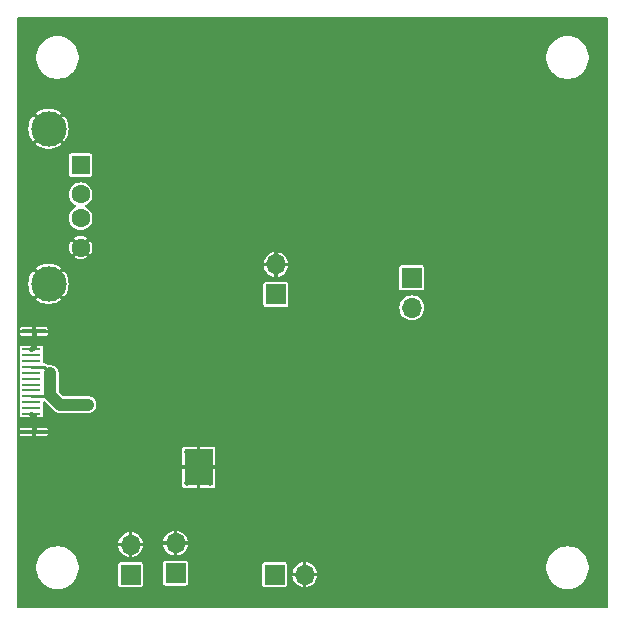
<source format=gbr>
%TF.GenerationSoftware,KiCad,Pcbnew,7.0.9*%
%TF.CreationDate,2024-01-24T01:25:47+03:00*%
%TF.ProjectId,PowerBank,506f7765-7242-4616-9e6b-2e6b69636164,rev?*%
%TF.SameCoordinates,Original*%
%TF.FileFunction,Copper,L2,Bot*%
%TF.FilePolarity,Positive*%
%FSLAX46Y46*%
G04 Gerber Fmt 4.6, Leading zero omitted, Abs format (unit mm)*
G04 Created by KiCad (PCBNEW 7.0.9) date 2024-01-24 01:25:47*
%MOMM*%
%LPD*%
G01*
G04 APERTURE LIST*
%TA.AperFunction,SMDPad,CuDef*%
%ADD10R,1.600000X0.180000*%
%TD*%
%TA.AperFunction,SMDPad,CuDef*%
%ADD11R,2.000000X0.300000*%
%TD*%
%TA.AperFunction,ComponentPad*%
%ADD12R,1.700000X1.700000*%
%TD*%
%TA.AperFunction,ComponentPad*%
%ADD13O,1.700000X1.700000*%
%TD*%
%TA.AperFunction,ComponentPad*%
%ADD14C,0.500000*%
%TD*%
%TA.AperFunction,SMDPad,CuDef*%
%ADD15R,2.410000X3.100000*%
%TD*%
%TA.AperFunction,ComponentPad*%
%ADD16R,1.500000X1.600000*%
%TD*%
%TA.AperFunction,ComponentPad*%
%ADD17C,1.600000*%
%TD*%
%TA.AperFunction,ComponentPad*%
%ADD18C,3.000000*%
%TD*%
%TA.AperFunction,ViaPad*%
%ADD19C,0.800000*%
%TD*%
%TA.AperFunction,Conductor*%
%ADD20C,0.250000*%
%TD*%
%TA.AperFunction,Conductor*%
%ADD21C,1.000000*%
%TD*%
%TA.AperFunction,Conductor*%
%ADD22C,0.400000*%
%TD*%
G04 APERTURE END LIST*
D10*
%TO.P,X1,A1,GND*%
%TO.N,GND*%
X30200000Y-50400000D03*
%TO.P,X1,A2,TX1+*%
%TO.N,unconnected-(X1-TX1+-PadA2)*%
X30200000Y-49900000D03*
%TO.P,X1,A3,TX1-*%
%TO.N,unconnected-(X1-TX1--PadA3)*%
X30200000Y-49400000D03*
%TO.P,X1,A4,VBUS*%
%TO.N,VBUS*%
X30200000Y-48900000D03*
%TO.P,X1,A5,CC1*%
%TO.N,unconnected-(X1-CC1-PadA5)*%
X30200000Y-48400000D03*
%TO.P,X1,A6,D+*%
%TO.N,unconnected-(X1-D+-PadA6)*%
X30200000Y-47900000D03*
%TO.P,X1,A7,D-*%
%TO.N,unconnected-(X1-D--PadA7)*%
X30200000Y-47400000D03*
%TO.P,X1,A8,SBU1*%
%TO.N,unconnected-(X1-SBU1-PadA8)*%
X30200000Y-46900000D03*
%TO.P,X1,A9,VBUS*%
%TO.N,VBUS*%
X30200000Y-46400000D03*
%TO.P,X1,A10,RX2-*%
%TO.N,unconnected-(X1-RX2--PadA10)*%
X30200000Y-45900000D03*
%TO.P,X1,A11,RX2+*%
%TO.N,unconnected-(X1-RX2+-PadA11)*%
X30200000Y-45400000D03*
%TO.P,X1,A12,GND*%
%TO.N,GND*%
X30200000Y-44900000D03*
D11*
%TO.P,X1,S3,SHIELD*%
X30400000Y-51900000D03*
%TO.P,X1,S4,SHIELD*%
X30400000Y-43400000D03*
%TD*%
D12*
%TO.P,J6,1,Pin_1*%
%TO.N,+5VP*%
X50900000Y-40275000D03*
D13*
%TO.P,J6,2,Pin_2*%
%TO.N,GND*%
X50900000Y-37735000D03*
%TD*%
D12*
%TO.P,J3,1,Pin_1*%
%TO.N,Net-(J3-Pin_1)*%
X62400000Y-38860000D03*
D13*
%TO.P,J3,2,Pin_2*%
%TO.N,Net-(J3-Pin_2)*%
X62400000Y-41400000D03*
%TD*%
D12*
%TO.P,J4,1,Pin_1*%
%TO.N,Net-(J4-Pin_1)*%
X38600000Y-64000000D03*
D13*
%TO.P,J4,2,Pin_2*%
%TO.N,GND*%
X38600000Y-61460000D03*
%TD*%
D14*
%TO.P,U1,9,GND*%
%TO.N,GND*%
X43400000Y-53600000D03*
X43400000Y-54900000D03*
X43400000Y-56200000D03*
D15*
X44355000Y-54900000D03*
D14*
X45310000Y-53600000D03*
X45310000Y-54900000D03*
X45310000Y-56200000D03*
%TD*%
D12*
%TO.P,J5,1,Pin_1*%
%TO.N,Net-(J5-Pin_1)*%
X42400000Y-63875000D03*
D13*
%TO.P,J5,2,Pin_2*%
%TO.N,GND*%
X42400000Y-61335000D03*
%TD*%
D16*
%TO.P,J1,1,VBUS*%
%TO.N,+5VP*%
X34360000Y-29300000D03*
D17*
%TO.P,J1,2,D-*%
%TO.N,Net-(J1-D-)*%
X34360000Y-31800000D03*
%TO.P,J1,3,D+*%
%TO.N,Net-(J1-D+)*%
X34360000Y-33800000D03*
%TO.P,J1,4,GND*%
%TO.N,GND*%
X34360000Y-36300000D03*
D18*
%TO.P,J1,5,Shield*%
X31650000Y-26230000D03*
X31650000Y-39370000D03*
%TD*%
D12*
%TO.P,J2,1,Pin_1*%
%TO.N,Net-(J2-Pin_1)*%
X50800000Y-64000000D03*
D13*
%TO.P,J2,2,Pin_2*%
%TO.N,GND*%
X53340000Y-64000000D03*
%TD*%
D19*
%TO.N,VBUS*%
X35000000Y-49600000D03*
%TO.N,GND*%
X74200000Y-23800000D03*
X44600000Y-62200000D03*
X69800000Y-45800000D03*
X33200000Y-35000000D03*
X35800000Y-63600000D03*
X33400000Y-41200000D03*
X45362500Y-44200000D03*
X66200000Y-47000000D03*
X44200000Y-59400000D03*
X45400000Y-48800000D03*
X51000000Y-47200000D03*
X37400000Y-59600000D03*
X56800000Y-19000000D03*
X58800000Y-43600000D03*
X30400000Y-42400000D03*
X35800000Y-35000000D03*
X58125000Y-54800000D03*
X72000000Y-53600000D03*
X53400000Y-38200000D03*
X60200000Y-60200000D03*
X39800000Y-54600000D03*
X60800000Y-47800000D03*
X77600000Y-31200000D03*
X53600000Y-45600000D03*
X46400000Y-28800000D03*
X74800000Y-28200000D03*
X60600000Y-32800000D03*
X67400000Y-23800000D03*
X33200000Y-37600000D03*
X71000000Y-31800000D03*
X34600000Y-52600000D03*
X71600000Y-55400000D03*
X67400000Y-46600000D03*
X77400000Y-44000000D03*
X40400000Y-49400000D03*
X69600000Y-39200000D03*
X71200000Y-46000000D03*
X61000000Y-45600000D03*
X52200000Y-49200000D03*
X52080675Y-54703168D03*
X71600000Y-61000000D03*
X68800000Y-53600000D03*
X67600000Y-30400000D03*
X57400000Y-49600000D03*
X39800000Y-52600000D03*
X38200000Y-49400000D03*
X42000000Y-47600000D03*
X40600000Y-62400000D03*
X71400000Y-42800000D03*
X51000000Y-44200000D03*
X37000000Y-52800000D03*
X50400000Y-30200000D03*
X64000000Y-65000000D03*
X32400000Y-43400000D03*
X54600000Y-62600000D03*
X63800000Y-57000000D03*
X56600000Y-42000000D03*
X50900000Y-35300000D03*
X76925000Y-47800000D03*
X52400000Y-66000000D03*
X56200000Y-60800000D03*
X53200000Y-23800000D03*
X36200000Y-32800000D03*
X53400000Y-35300000D03*
X60400000Y-40400000D03*
X75800000Y-54400000D03*
X45400000Y-52400000D03*
X46090077Y-58173953D03*
X66800000Y-36200000D03*
X44600000Y-58000000D03*
X43800000Y-49000000D03*
X57600000Y-45200000D03*
X39800000Y-44600000D03*
X62600000Y-30800000D03*
X37200000Y-44600000D03*
X52600000Y-59800000D03*
X68800000Y-46600000D03*
X35800000Y-23800000D03*
X30200000Y-53000000D03*
X42200000Y-44200000D03*
X67600000Y-43800000D03*
X54400000Y-54679000D03*
X60200000Y-64400000D03*
X66200000Y-48400000D03*
X29800000Y-41200000D03*
X55800000Y-65000000D03*
X52800000Y-42400000D03*
X32400000Y-51800000D03*
X43800000Y-42400000D03*
X35000000Y-60400000D03*
X41662015Y-59405426D03*
X74800000Y-35000000D03*
X48500000Y-35500000D03*
X68800000Y-55200000D03*
X54000000Y-47600000D03*
X64800000Y-32800000D03*
X64400000Y-44400000D03*
X29800000Y-37400000D03*
X77800000Y-51200000D03*
X75800000Y-57800000D03*
X40400000Y-39200000D03*
X60325000Y-53400000D03*
X40000000Y-19000000D03*
X45000000Y-23800000D03*
X45362500Y-47000000D03*
X52800000Y-62200000D03*
X49000000Y-19000000D03*
X35600000Y-42400000D03*
X59400000Y-41600000D03*
X30800000Y-59800000D03*
X39800000Y-59400000D03*
X70200000Y-64600000D03*
X67400000Y-59600000D03*
X56800000Y-37000000D03*
X35800000Y-37600000D03*
X57800000Y-62800000D03*
X71200000Y-18800000D03*
X42200000Y-45600000D03*
X64000000Y-19000000D03*
X51000000Y-45800000D03*
X40400000Y-27000000D03*
X57400000Y-30200000D03*
X43400000Y-58000000D03*
X60200000Y-23800000D03*
X48600000Y-38200000D03*
X35400000Y-47400000D03*
X62600000Y-34400000D03*
X43800000Y-52200000D03*
%TD*%
D20*
%TO.N,VBUS*%
X31800000Y-48400000D02*
X31600000Y-48600000D01*
X31300000Y-48900000D02*
X30200000Y-48900000D01*
X31600000Y-48600000D02*
X31300000Y-48900000D01*
X31250000Y-46400000D02*
X31800000Y-46950000D01*
D21*
X32600000Y-49600000D02*
X31800000Y-48800000D01*
X35000000Y-49600000D02*
X32600000Y-49600000D01*
D20*
X30200000Y-46400000D02*
X31250000Y-46400000D01*
X31800000Y-46950000D02*
X31800000Y-48400000D01*
D21*
X31800000Y-48800000D02*
X31800000Y-46950000D01*
D22*
%TO.N,GND*%
X30400000Y-50600000D02*
X30200000Y-50400000D01*
X30400000Y-44700000D02*
X30200000Y-44900000D01*
X30400000Y-43400000D02*
X30400000Y-44700000D01*
X30400000Y-51900000D02*
X30400000Y-50600000D01*
%TD*%
%TA.AperFunction,Conductor*%
%TO.N,GND*%
G36*
X78958691Y-16819407D02*
G01*
X78994655Y-16868907D01*
X78999500Y-16899500D01*
X78999500Y-66700500D01*
X78980593Y-66758691D01*
X78931093Y-66794655D01*
X78900500Y-66799500D01*
X29099500Y-66799500D01*
X29041309Y-66780593D01*
X29005345Y-66731093D01*
X29000500Y-66700500D01*
X29000500Y-63534932D01*
X30599500Y-63534932D01*
X30639719Y-63801766D01*
X30639721Y-63801776D01*
X30719262Y-64059641D01*
X30789664Y-64205833D01*
X30836349Y-64302774D01*
X30988365Y-64525741D01*
X30988368Y-64525744D01*
X30988370Y-64525747D01*
X31171912Y-64723559D01*
X31171918Y-64723565D01*
X31364665Y-64877275D01*
X31382898Y-64891815D01*
X31616602Y-65026743D01*
X31867805Y-65125334D01*
X32130897Y-65185383D01*
X32211587Y-65191429D01*
X32332618Y-65200500D01*
X32332624Y-65200500D01*
X32467382Y-65200500D01*
X32577408Y-65192254D01*
X32669103Y-65185383D01*
X32932195Y-65125334D01*
X33183398Y-65026743D01*
X33417102Y-64891815D01*
X33444776Y-64869746D01*
X37549500Y-64869746D01*
X37549501Y-64869758D01*
X37561132Y-64928227D01*
X37561134Y-64928233D01*
X37592228Y-64974767D01*
X37605448Y-64994552D01*
X37671769Y-65038867D01*
X37716231Y-65047711D01*
X37730241Y-65050498D01*
X37730246Y-65050498D01*
X37730252Y-65050500D01*
X37730253Y-65050500D01*
X39469747Y-65050500D01*
X39469748Y-65050500D01*
X39528231Y-65038867D01*
X39594552Y-64994552D01*
X39638867Y-64928231D01*
X39650500Y-64869748D01*
X39650500Y-64744746D01*
X41349500Y-64744746D01*
X41349501Y-64744758D01*
X41361132Y-64803227D01*
X41361133Y-64803231D01*
X41405448Y-64869552D01*
X41471769Y-64913867D01*
X41516231Y-64922711D01*
X41530241Y-64925498D01*
X41530246Y-64925498D01*
X41530252Y-64925500D01*
X41530253Y-64925500D01*
X43269747Y-64925500D01*
X43269748Y-64925500D01*
X43328231Y-64913867D01*
X43394262Y-64869746D01*
X49749500Y-64869746D01*
X49749501Y-64869758D01*
X49761132Y-64928227D01*
X49761134Y-64928233D01*
X49792228Y-64974767D01*
X49805448Y-64994552D01*
X49871769Y-65038867D01*
X49916231Y-65047711D01*
X49930241Y-65050498D01*
X49930246Y-65050498D01*
X49930252Y-65050500D01*
X49930253Y-65050500D01*
X51669747Y-65050500D01*
X51669748Y-65050500D01*
X51728231Y-65038867D01*
X51794552Y-64994552D01*
X51838867Y-64928231D01*
X51850500Y-64869748D01*
X51850500Y-64150001D01*
X52299692Y-64150001D01*
X52305191Y-64205833D01*
X52305190Y-64205833D01*
X52365232Y-64403762D01*
X52365234Y-64403767D01*
X52462724Y-64586160D01*
X52462731Y-64586170D01*
X52593940Y-64746050D01*
X52593949Y-64746059D01*
X52753829Y-64877268D01*
X52753839Y-64877275D01*
X52936232Y-64974765D01*
X52936237Y-64974767D01*
X53134166Y-65034808D01*
X53189998Y-65040307D01*
X53190000Y-65040306D01*
X53190000Y-64481170D01*
X53197685Y-64484680D01*
X53304237Y-64500000D01*
X53375763Y-64500000D01*
X53482315Y-64484680D01*
X53490000Y-64481170D01*
X53490000Y-65040306D01*
X53490001Y-65040307D01*
X53545833Y-65034808D01*
X53743762Y-64974767D01*
X53743767Y-64974765D01*
X53926160Y-64877275D01*
X53926170Y-64877268D01*
X54086050Y-64746059D01*
X54086059Y-64746050D01*
X54217268Y-64586170D01*
X54217275Y-64586160D01*
X54314765Y-64403767D01*
X54314767Y-64403762D01*
X54374808Y-64205833D01*
X54380307Y-64150001D01*
X54380306Y-64150000D01*
X53817065Y-64150000D01*
X53840000Y-64071889D01*
X53840000Y-63928111D01*
X53817065Y-63850000D01*
X54380306Y-63850000D01*
X54380307Y-63849998D01*
X54374808Y-63794166D01*
X54374809Y-63794166D01*
X54314767Y-63596237D01*
X54314765Y-63596232D01*
X54282000Y-63534932D01*
X73799500Y-63534932D01*
X73839719Y-63801766D01*
X73839721Y-63801776D01*
X73919262Y-64059641D01*
X73989664Y-64205833D01*
X74036349Y-64302774D01*
X74188365Y-64525741D01*
X74188368Y-64525744D01*
X74188370Y-64525747D01*
X74371912Y-64723559D01*
X74371918Y-64723565D01*
X74564665Y-64877275D01*
X74582898Y-64891815D01*
X74816602Y-65026743D01*
X75067805Y-65125334D01*
X75330897Y-65185383D01*
X75411587Y-65191429D01*
X75532618Y-65200500D01*
X75532624Y-65200500D01*
X75667382Y-65200500D01*
X75777408Y-65192254D01*
X75869103Y-65185383D01*
X76132195Y-65125334D01*
X76383398Y-65026743D01*
X76617102Y-64891815D01*
X76728180Y-64803233D01*
X76828081Y-64723565D01*
X76828087Y-64723559D01*
X77011629Y-64525747D01*
X77011635Y-64525741D01*
X77163651Y-64302775D01*
X77280738Y-64059641D01*
X77360280Y-63801772D01*
X77400500Y-63534929D01*
X77400500Y-63265071D01*
X77360280Y-62998228D01*
X77280738Y-62740359D01*
X77163651Y-62497226D01*
X77011635Y-62274259D01*
X77011629Y-62274252D01*
X76828087Y-62076440D01*
X76828081Y-62076434D01*
X76617110Y-61908191D01*
X76617108Y-61908189D01*
X76617102Y-61908185D01*
X76383398Y-61773257D01*
X76383395Y-61773256D01*
X76383391Y-61773254D01*
X76132197Y-61674666D01*
X75869107Y-61614618D01*
X75869098Y-61614616D01*
X75667382Y-61599500D01*
X75667376Y-61599500D01*
X75532624Y-61599500D01*
X75532618Y-61599500D01*
X75330901Y-61614616D01*
X75330892Y-61614618D01*
X75067802Y-61674666D01*
X74816608Y-61773254D01*
X74816599Y-61773258D01*
X74736194Y-61819680D01*
X74582898Y-61908185D01*
X74582894Y-61908187D01*
X74582894Y-61908188D01*
X74582889Y-61908191D01*
X74371918Y-62076434D01*
X74371912Y-62076440D01*
X74188370Y-62274252D01*
X74188365Y-62274258D01*
X74188365Y-62274259D01*
X74036349Y-62497225D01*
X74036349Y-62497226D01*
X74036345Y-62497232D01*
X73919262Y-62740356D01*
X73839721Y-62998223D01*
X73839719Y-62998233D01*
X73799500Y-63265067D01*
X73799500Y-63534932D01*
X54282000Y-63534932D01*
X54217275Y-63413839D01*
X54217268Y-63413829D01*
X54086059Y-63253949D01*
X54086050Y-63253940D01*
X53926170Y-63122731D01*
X53926160Y-63122724D01*
X53743767Y-63025234D01*
X53743762Y-63025232D01*
X53545843Y-62965194D01*
X53545832Y-62965191D01*
X53490000Y-62959692D01*
X53490000Y-63518829D01*
X53482315Y-63515320D01*
X53375763Y-63500000D01*
X53304237Y-63500000D01*
X53197685Y-63515320D01*
X53190000Y-63518829D01*
X53190000Y-62959692D01*
X53134167Y-62965191D01*
X53134156Y-62965194D01*
X52936237Y-63025232D01*
X52936232Y-63025234D01*
X52753839Y-63122724D01*
X52753829Y-63122731D01*
X52593949Y-63253940D01*
X52593940Y-63253949D01*
X52462731Y-63413829D01*
X52462724Y-63413839D01*
X52365234Y-63596232D01*
X52365232Y-63596237D01*
X52305191Y-63794166D01*
X52299692Y-63849998D01*
X52299694Y-63850000D01*
X52862935Y-63850000D01*
X52840000Y-63928111D01*
X52840000Y-64071889D01*
X52862935Y-64150000D01*
X52299694Y-64150000D01*
X52299692Y-64150001D01*
X51850500Y-64150001D01*
X51850500Y-63130252D01*
X51838867Y-63071769D01*
X51794552Y-63005448D01*
X51794548Y-63005445D01*
X51728233Y-62961134D01*
X51728231Y-62961133D01*
X51728228Y-62961132D01*
X51728227Y-62961132D01*
X51669758Y-62949501D01*
X51669748Y-62949500D01*
X49930252Y-62949500D01*
X49930251Y-62949500D01*
X49930241Y-62949501D01*
X49871772Y-62961132D01*
X49871766Y-62961134D01*
X49805451Y-63005445D01*
X49805445Y-63005451D01*
X49761134Y-63071766D01*
X49761132Y-63071772D01*
X49749501Y-63130241D01*
X49749500Y-63130253D01*
X49749500Y-64869746D01*
X43394262Y-64869746D01*
X43394552Y-64869552D01*
X43438867Y-64803231D01*
X43450500Y-64744748D01*
X43450500Y-63005252D01*
X43438867Y-62946769D01*
X43394552Y-62880448D01*
X43394548Y-62880445D01*
X43328233Y-62836134D01*
X43328231Y-62836133D01*
X43328228Y-62836132D01*
X43328227Y-62836132D01*
X43269758Y-62824501D01*
X43269748Y-62824500D01*
X41530252Y-62824500D01*
X41530251Y-62824500D01*
X41530241Y-62824501D01*
X41471772Y-62836132D01*
X41471766Y-62836134D01*
X41405451Y-62880445D01*
X41405445Y-62880451D01*
X41361134Y-62946766D01*
X41361132Y-62946772D01*
X41349501Y-63005241D01*
X41349500Y-63005253D01*
X41349500Y-64744746D01*
X39650500Y-64744746D01*
X39650500Y-63130252D01*
X39638867Y-63071769D01*
X39594552Y-63005448D01*
X39594548Y-63005445D01*
X39528233Y-62961134D01*
X39528231Y-62961133D01*
X39528228Y-62961132D01*
X39528227Y-62961132D01*
X39469758Y-62949501D01*
X39469748Y-62949500D01*
X37730252Y-62949500D01*
X37730251Y-62949500D01*
X37730241Y-62949501D01*
X37671772Y-62961132D01*
X37671766Y-62961134D01*
X37605451Y-63005445D01*
X37605445Y-63005451D01*
X37561134Y-63071766D01*
X37561132Y-63071772D01*
X37549501Y-63130241D01*
X37549500Y-63130253D01*
X37549500Y-64869746D01*
X33444776Y-64869746D01*
X33528180Y-64803233D01*
X33628081Y-64723565D01*
X33628087Y-64723559D01*
X33811629Y-64525747D01*
X33811635Y-64525741D01*
X33963651Y-64302775D01*
X34080738Y-64059641D01*
X34160280Y-63801772D01*
X34200500Y-63534929D01*
X34200500Y-63265071D01*
X34160280Y-62998228D01*
X34080738Y-62740359D01*
X33963651Y-62497226D01*
X33811635Y-62274259D01*
X33811629Y-62274252D01*
X33628087Y-62076440D01*
X33628081Y-62076434D01*
X33417110Y-61908191D01*
X33417108Y-61908189D01*
X33417102Y-61908185D01*
X33183398Y-61773257D01*
X33183395Y-61773256D01*
X33183391Y-61773254D01*
X32932197Y-61674666D01*
X32669107Y-61614618D01*
X32669098Y-61614616D01*
X32607513Y-61610001D01*
X37559692Y-61610001D01*
X37565191Y-61665833D01*
X37565190Y-61665833D01*
X37625232Y-61863762D01*
X37625234Y-61863767D01*
X37722724Y-62046160D01*
X37722731Y-62046170D01*
X37853940Y-62206050D01*
X37853949Y-62206059D01*
X38013829Y-62337268D01*
X38013839Y-62337275D01*
X38196232Y-62434765D01*
X38196237Y-62434767D01*
X38394166Y-62494808D01*
X38449998Y-62500307D01*
X38450000Y-62500306D01*
X38450000Y-61941170D01*
X38457685Y-61944680D01*
X38564237Y-61960000D01*
X38635763Y-61960000D01*
X38742315Y-61944680D01*
X38750000Y-61941170D01*
X38750000Y-62500306D01*
X38750001Y-62500307D01*
X38805833Y-62494808D01*
X39003762Y-62434767D01*
X39003767Y-62434765D01*
X39186160Y-62337275D01*
X39186170Y-62337268D01*
X39346050Y-62206059D01*
X39346059Y-62206050D01*
X39477268Y-62046170D01*
X39477275Y-62046160D01*
X39574765Y-61863767D01*
X39574767Y-61863762D01*
X39634808Y-61665833D01*
X39640307Y-61610001D01*
X39640306Y-61610000D01*
X39077065Y-61610000D01*
X39100000Y-61531889D01*
X39100000Y-61485001D01*
X41359692Y-61485001D01*
X41365191Y-61540833D01*
X41365190Y-61540833D01*
X41425232Y-61738762D01*
X41425234Y-61738767D01*
X41522724Y-61921160D01*
X41522731Y-61921170D01*
X41653940Y-62081050D01*
X41653949Y-62081059D01*
X41813829Y-62212268D01*
X41813839Y-62212275D01*
X41996232Y-62309765D01*
X41996237Y-62309767D01*
X42194166Y-62369808D01*
X42249998Y-62375307D01*
X42250000Y-62375306D01*
X42250000Y-61816170D01*
X42257685Y-61819680D01*
X42364237Y-61835000D01*
X42435763Y-61835000D01*
X42542315Y-61819680D01*
X42550000Y-61816170D01*
X42550000Y-62375306D01*
X42550001Y-62375307D01*
X42605833Y-62369808D01*
X42803762Y-62309767D01*
X42803767Y-62309765D01*
X42986160Y-62212275D01*
X42986170Y-62212268D01*
X43146050Y-62081059D01*
X43146059Y-62081050D01*
X43277268Y-61921170D01*
X43277275Y-61921160D01*
X43374765Y-61738767D01*
X43374767Y-61738762D01*
X43434808Y-61540833D01*
X43440307Y-61485001D01*
X43440306Y-61485000D01*
X42877065Y-61485000D01*
X42900000Y-61406889D01*
X42900000Y-61263111D01*
X42877065Y-61185000D01*
X43440306Y-61185000D01*
X43440307Y-61184998D01*
X43434808Y-61129166D01*
X43434809Y-61129166D01*
X43374767Y-60931237D01*
X43374765Y-60931232D01*
X43277275Y-60748839D01*
X43277268Y-60748829D01*
X43146059Y-60588949D01*
X43146050Y-60588940D01*
X42986170Y-60457731D01*
X42986160Y-60457724D01*
X42803767Y-60360234D01*
X42803762Y-60360232D01*
X42605843Y-60300194D01*
X42605832Y-60300191D01*
X42550000Y-60294692D01*
X42550000Y-60853829D01*
X42542315Y-60850320D01*
X42435763Y-60835000D01*
X42364237Y-60835000D01*
X42257685Y-60850320D01*
X42250000Y-60853829D01*
X42250000Y-60294692D01*
X42194167Y-60300191D01*
X42194156Y-60300194D01*
X41996237Y-60360232D01*
X41996232Y-60360234D01*
X41813839Y-60457724D01*
X41813829Y-60457731D01*
X41653949Y-60588940D01*
X41653940Y-60588949D01*
X41522731Y-60748829D01*
X41522724Y-60748839D01*
X41425234Y-60931232D01*
X41425232Y-60931237D01*
X41365191Y-61129166D01*
X41359692Y-61184998D01*
X41359694Y-61185000D01*
X41922935Y-61185000D01*
X41900000Y-61263111D01*
X41900000Y-61406889D01*
X41922935Y-61485000D01*
X41359694Y-61485000D01*
X41359692Y-61485001D01*
X39100000Y-61485001D01*
X39100000Y-61388111D01*
X39077065Y-61310000D01*
X39640306Y-61310000D01*
X39640307Y-61309998D01*
X39634808Y-61254166D01*
X39634809Y-61254166D01*
X39574767Y-61056237D01*
X39574765Y-61056232D01*
X39477275Y-60873839D01*
X39477268Y-60873829D01*
X39346059Y-60713949D01*
X39346050Y-60713940D01*
X39186170Y-60582731D01*
X39186160Y-60582724D01*
X39003767Y-60485234D01*
X39003762Y-60485232D01*
X38805843Y-60425194D01*
X38805832Y-60425191D01*
X38750000Y-60419692D01*
X38750000Y-60978829D01*
X38742315Y-60975320D01*
X38635763Y-60960000D01*
X38564237Y-60960000D01*
X38457685Y-60975320D01*
X38450000Y-60978829D01*
X38450000Y-60419692D01*
X38394167Y-60425191D01*
X38394156Y-60425194D01*
X38196237Y-60485232D01*
X38196232Y-60485234D01*
X38013839Y-60582724D01*
X38013829Y-60582731D01*
X37853949Y-60713940D01*
X37853940Y-60713949D01*
X37722731Y-60873829D01*
X37722724Y-60873839D01*
X37625234Y-61056232D01*
X37625232Y-61056237D01*
X37565191Y-61254166D01*
X37559692Y-61309998D01*
X37559694Y-61310000D01*
X38122935Y-61310000D01*
X38100000Y-61388111D01*
X38100000Y-61531889D01*
X38122935Y-61610000D01*
X37559694Y-61610000D01*
X37559692Y-61610001D01*
X32607513Y-61610001D01*
X32467382Y-61599500D01*
X32467376Y-61599500D01*
X32332624Y-61599500D01*
X32332618Y-61599500D01*
X32130901Y-61614616D01*
X32130892Y-61614618D01*
X31867802Y-61674666D01*
X31616608Y-61773254D01*
X31616599Y-61773258D01*
X31536194Y-61819680D01*
X31382898Y-61908185D01*
X31382894Y-61908187D01*
X31382894Y-61908188D01*
X31382889Y-61908191D01*
X31171918Y-62076434D01*
X31171912Y-62076440D01*
X30988370Y-62274252D01*
X30988365Y-62274258D01*
X30988365Y-62274259D01*
X30836349Y-62497225D01*
X30836349Y-62497226D01*
X30836345Y-62497232D01*
X30719262Y-62740356D01*
X30639721Y-62998223D01*
X30639719Y-62998233D01*
X30599500Y-63265067D01*
X30599500Y-63534932D01*
X29000500Y-63534932D01*
X29000500Y-56200000D01*
X42945373Y-56200000D01*
X42948992Y-56225168D01*
X42950000Y-56239259D01*
X42950000Y-56469700D01*
X42961603Y-56528036D01*
X43005806Y-56594189D01*
X43005810Y-56594193D01*
X43071963Y-56638396D01*
X43130299Y-56649999D01*
X43130303Y-56650000D01*
X44204999Y-56650000D01*
X44205000Y-56649999D01*
X44505000Y-56649999D01*
X44505001Y-56650000D01*
X45579697Y-56650000D01*
X45579700Y-56649999D01*
X45638036Y-56638396D01*
X45704189Y-56594193D01*
X45704193Y-56594189D01*
X45748396Y-56528036D01*
X45759999Y-56469700D01*
X45760000Y-56469697D01*
X45760000Y-56239259D01*
X45761008Y-56225168D01*
X45764627Y-56200000D01*
X45764627Y-56199998D01*
X45761008Y-56174830D01*
X45760000Y-56160740D01*
X45760000Y-55050001D01*
X45759999Y-55050000D01*
X44505001Y-55050000D01*
X44505000Y-55050001D01*
X44505000Y-56649999D01*
X44205000Y-56649999D01*
X44205000Y-55050001D01*
X44204999Y-55050000D01*
X42950001Y-55050000D01*
X42950000Y-55050001D01*
X42950000Y-56160740D01*
X42948992Y-56174830D01*
X42945373Y-56199998D01*
X42945373Y-56200000D01*
X29000500Y-56200000D01*
X29000500Y-54932492D01*
X43300000Y-54932492D01*
X43338197Y-54985065D01*
X43384162Y-55000000D01*
X43415838Y-55000000D01*
X43461803Y-54985065D01*
X43500000Y-54932492D01*
X45210000Y-54932492D01*
X45248197Y-54985065D01*
X45294162Y-55000000D01*
X45325838Y-55000000D01*
X45371803Y-54985065D01*
X45410000Y-54932492D01*
X45410000Y-54867508D01*
X45371803Y-54814935D01*
X45325838Y-54800000D01*
X45294162Y-54800000D01*
X45248197Y-54814935D01*
X45210000Y-54867508D01*
X45210000Y-54932492D01*
X43500000Y-54932492D01*
X43500000Y-54867508D01*
X43461803Y-54814935D01*
X43415838Y-54800000D01*
X43384162Y-54800000D01*
X43338197Y-54814935D01*
X43300000Y-54867508D01*
X43300000Y-54932492D01*
X29000500Y-54932492D01*
X29000500Y-53600000D01*
X42945373Y-53600000D01*
X42948992Y-53625168D01*
X42950000Y-53639259D01*
X42950000Y-54749999D01*
X42950001Y-54750000D01*
X44204999Y-54750000D01*
X44205000Y-54749999D01*
X44505000Y-54749999D01*
X44505001Y-54750000D01*
X45759999Y-54750000D01*
X45760000Y-54749999D01*
X45760000Y-53639259D01*
X45761008Y-53625168D01*
X45764627Y-53600000D01*
X45764627Y-53599998D01*
X45761008Y-53574830D01*
X45760000Y-53560740D01*
X45760000Y-53330302D01*
X45759999Y-53330299D01*
X45748396Y-53271963D01*
X45704193Y-53205810D01*
X45704189Y-53205806D01*
X45638036Y-53161603D01*
X45579700Y-53150000D01*
X44505001Y-53150000D01*
X44505000Y-53150001D01*
X44505000Y-54749999D01*
X44205000Y-54749999D01*
X44205000Y-53150001D01*
X44204999Y-53150000D01*
X43130299Y-53150000D01*
X43071963Y-53161603D01*
X43005810Y-53205806D01*
X43005806Y-53205810D01*
X42961603Y-53271963D01*
X42950000Y-53330299D01*
X42950000Y-53560740D01*
X42948992Y-53574830D01*
X42945373Y-53599998D01*
X42945373Y-53600000D01*
X29000500Y-53600000D01*
X29000500Y-52069700D01*
X29200000Y-52069700D01*
X29211603Y-52128036D01*
X29255806Y-52194189D01*
X29255810Y-52194193D01*
X29321963Y-52238396D01*
X29380299Y-52249999D01*
X29380303Y-52250000D01*
X30249999Y-52250000D01*
X30250000Y-52249999D01*
X30550000Y-52249999D01*
X30550001Y-52250000D01*
X31419697Y-52250000D01*
X31419700Y-52249999D01*
X31478036Y-52238396D01*
X31544189Y-52194193D01*
X31544193Y-52194189D01*
X31588396Y-52128036D01*
X31599999Y-52069700D01*
X31600000Y-52069697D01*
X31600000Y-52050001D01*
X31599999Y-52050000D01*
X30550001Y-52050000D01*
X30550000Y-52050001D01*
X30550000Y-52249999D01*
X30250000Y-52249999D01*
X30250000Y-52050001D01*
X30249999Y-52050000D01*
X29200001Y-52050000D01*
X29200000Y-52050001D01*
X29200000Y-52069700D01*
X29000500Y-52069700D01*
X29000500Y-51749999D01*
X29200000Y-51749999D01*
X29200001Y-51750000D01*
X30249999Y-51750000D01*
X30250000Y-51749999D01*
X30550000Y-51749999D01*
X30550001Y-51750000D01*
X31599999Y-51750000D01*
X31600000Y-51749999D01*
X31600000Y-51730302D01*
X31599999Y-51730299D01*
X31588396Y-51671963D01*
X31544193Y-51605810D01*
X31544189Y-51605806D01*
X31478036Y-51561603D01*
X31419700Y-51550000D01*
X30550001Y-51550000D01*
X30550000Y-51550001D01*
X30550000Y-51749999D01*
X30250000Y-51749999D01*
X30250000Y-51550001D01*
X30249999Y-51550000D01*
X29380299Y-51550000D01*
X29321963Y-51561603D01*
X29255810Y-51605806D01*
X29255806Y-51605810D01*
X29211603Y-51671963D01*
X29200000Y-51730299D01*
X29200000Y-51749999D01*
X29000500Y-51749999D01*
X29000500Y-50009746D01*
X29199500Y-50009746D01*
X29199501Y-50009758D01*
X29211132Y-50068227D01*
X29211133Y-50068231D01*
X29211134Y-50068232D01*
X29229319Y-50095448D01*
X29245927Y-50154336D01*
X29229320Y-50205449D01*
X29211603Y-50231964D01*
X29200000Y-50290299D01*
X29200000Y-50509700D01*
X29211603Y-50568036D01*
X29255806Y-50634189D01*
X29255810Y-50634193D01*
X29321963Y-50678396D01*
X29380299Y-50689999D01*
X29380303Y-50690000D01*
X31019697Y-50690000D01*
X31019700Y-50689999D01*
X31078036Y-50678396D01*
X31144189Y-50634193D01*
X31144193Y-50634189D01*
X31188396Y-50568036D01*
X31199999Y-50509700D01*
X31200000Y-50509697D01*
X31200000Y-50290302D01*
X31199999Y-50290299D01*
X31188396Y-50231964D01*
X31170680Y-50205450D01*
X31154072Y-50146562D01*
X31170682Y-50095446D01*
X31180759Y-50080365D01*
X31188867Y-50068231D01*
X31200500Y-50009748D01*
X31200500Y-49790252D01*
X31188867Y-49731769D01*
X31170981Y-49705001D01*
X31154372Y-49646115D01*
X31170982Y-49594997D01*
X31188867Y-49568231D01*
X31200500Y-49509748D01*
X31200500Y-49430165D01*
X31219407Y-49371974D01*
X31268907Y-49336010D01*
X31330093Y-49336010D01*
X31369504Y-49360161D01*
X32088654Y-50079312D01*
X32090704Y-50081489D01*
X32132065Y-50128177D01*
X32132067Y-50128179D01*
X32132071Y-50128183D01*
X32183445Y-50163644D01*
X32185832Y-50165402D01*
X32234940Y-50203876D01*
X32234942Y-50203876D01*
X32234944Y-50203878D01*
X32245449Y-50208606D01*
X32246247Y-50208965D01*
X32261856Y-50217768D01*
X32267967Y-50221986D01*
X32272070Y-50224818D01*
X32330421Y-50246947D01*
X32333145Y-50248075D01*
X32390069Y-50273695D01*
X32402279Y-50275932D01*
X32419529Y-50280741D01*
X32431128Y-50285140D01*
X32493070Y-50292660D01*
X32495985Y-50293104D01*
X32557394Y-50304358D01*
X32619693Y-50300589D01*
X32622659Y-50300500D01*
X35042368Y-50300500D01*
X35042372Y-50300500D01*
X35042378Y-50300499D01*
X35042381Y-50300499D01*
X35052048Y-50299325D01*
X35168872Y-50285140D01*
X35327930Y-50224818D01*
X35467929Y-50128183D01*
X35580734Y-50000852D01*
X35659790Y-49850225D01*
X35700500Y-49685056D01*
X35700500Y-49514944D01*
X35659790Y-49349775D01*
X35580734Y-49199148D01*
X35467929Y-49071817D01*
X35327930Y-48975182D01*
X35168872Y-48914860D01*
X35156222Y-48913324D01*
X35042381Y-48899500D01*
X35042372Y-48899500D01*
X32931165Y-48899500D01*
X32872974Y-48880593D01*
X32861161Y-48870504D01*
X32529496Y-48538839D01*
X32501719Y-48484322D01*
X32500500Y-48468835D01*
X32500500Y-46907631D01*
X32500499Y-46907618D01*
X32497789Y-46885301D01*
X32485140Y-46781128D01*
X32424818Y-46622070D01*
X32328183Y-46482071D01*
X32200852Y-46369266D01*
X32050225Y-46290210D01*
X32050224Y-46290209D01*
X32050223Y-46290209D01*
X31885058Y-46249500D01*
X31885056Y-46249500D01*
X31714944Y-46249500D01*
X31644710Y-46266810D01*
X31583685Y-46262376D01*
X31551016Y-46240690D01*
X31491741Y-46181414D01*
X31488822Y-46178229D01*
X31462456Y-46146806D01*
X31439818Y-46133736D01*
X31426918Y-46126288D01*
X31423288Y-46123975D01*
X31389684Y-46100446D01*
X31389679Y-46100443D01*
X31388224Y-46100054D01*
X31364348Y-46090164D01*
X31363045Y-46089411D01*
X31322652Y-46082289D01*
X31318439Y-46081355D01*
X31278807Y-46070736D01*
X31273877Y-46069415D01*
X31222563Y-46036091D01*
X31200636Y-45978969D01*
X31200500Y-45973788D01*
X31200500Y-45790253D01*
X31200498Y-45790241D01*
X31197711Y-45776231D01*
X31188867Y-45731769D01*
X31170981Y-45705001D01*
X31154372Y-45646115D01*
X31170982Y-45594997D01*
X31188867Y-45568231D01*
X31200500Y-45509748D01*
X31200500Y-45290252D01*
X31188867Y-45231769D01*
X31170680Y-45204550D01*
X31154072Y-45145664D01*
X31170681Y-45094547D01*
X31188396Y-45068034D01*
X31199999Y-45009700D01*
X31200000Y-45009697D01*
X31200000Y-44790302D01*
X31199999Y-44790299D01*
X31188396Y-44731963D01*
X31144193Y-44665810D01*
X31144189Y-44665806D01*
X31078036Y-44621603D01*
X31019700Y-44610000D01*
X29380299Y-44610000D01*
X29321963Y-44621603D01*
X29255810Y-44665806D01*
X29255806Y-44665810D01*
X29211603Y-44731963D01*
X29200000Y-44790299D01*
X29200000Y-45009700D01*
X29211603Y-45068035D01*
X29229319Y-45094549D01*
X29245927Y-45153437D01*
X29229319Y-45204550D01*
X29211135Y-45231764D01*
X29211132Y-45231772D01*
X29199501Y-45290241D01*
X29199500Y-45290253D01*
X29199500Y-45509746D01*
X29199501Y-45509758D01*
X29211132Y-45568227D01*
X29211133Y-45568231D01*
X29211134Y-45568232D01*
X29229019Y-45594999D01*
X29245627Y-45653887D01*
X29229019Y-45705001D01*
X29211134Y-45731767D01*
X29211132Y-45731772D01*
X29199501Y-45790241D01*
X29199500Y-45790253D01*
X29199500Y-46009746D01*
X29199501Y-46009758D01*
X29211132Y-46068227D01*
X29211133Y-46068231D01*
X29224934Y-46088885D01*
X29229019Y-46094999D01*
X29245627Y-46153887D01*
X29229019Y-46205001D01*
X29211134Y-46231767D01*
X29211132Y-46231772D01*
X29199501Y-46290241D01*
X29199500Y-46290253D01*
X29199500Y-46509746D01*
X29199501Y-46509758D01*
X29211132Y-46568227D01*
X29211133Y-46568231D01*
X29211134Y-46568232D01*
X29229019Y-46594999D01*
X29245627Y-46653887D01*
X29229019Y-46705001D01*
X29211134Y-46731767D01*
X29211132Y-46731772D01*
X29199501Y-46790241D01*
X29199500Y-46790253D01*
X29199500Y-47009746D01*
X29199501Y-47009758D01*
X29211132Y-47068227D01*
X29211133Y-47068231D01*
X29211134Y-47068232D01*
X29229019Y-47094999D01*
X29245627Y-47153887D01*
X29229019Y-47205001D01*
X29211134Y-47231767D01*
X29211132Y-47231772D01*
X29199501Y-47290241D01*
X29199500Y-47290253D01*
X29199500Y-47509746D01*
X29199501Y-47509758D01*
X29211132Y-47568227D01*
X29211133Y-47568231D01*
X29211134Y-47568232D01*
X29229019Y-47594999D01*
X29245627Y-47653887D01*
X29229019Y-47705001D01*
X29211134Y-47731767D01*
X29211132Y-47731772D01*
X29199501Y-47790241D01*
X29199500Y-47790253D01*
X29199500Y-48009746D01*
X29199501Y-48009758D01*
X29211132Y-48068227D01*
X29211133Y-48068231D01*
X29211134Y-48068232D01*
X29229019Y-48094999D01*
X29245627Y-48153887D01*
X29229019Y-48205001D01*
X29211134Y-48231767D01*
X29211132Y-48231772D01*
X29199501Y-48290241D01*
X29199500Y-48290253D01*
X29199500Y-48509746D01*
X29199501Y-48509758D01*
X29211132Y-48568227D01*
X29211133Y-48568231D01*
X29211134Y-48568232D01*
X29229019Y-48594999D01*
X29245627Y-48653887D01*
X29229019Y-48705001D01*
X29211134Y-48731767D01*
X29211132Y-48731772D01*
X29199501Y-48790241D01*
X29199500Y-48790253D01*
X29199500Y-49009746D01*
X29199501Y-49009758D01*
X29211132Y-49068227D01*
X29211133Y-49068231D01*
X29213529Y-49071817D01*
X29229019Y-49094999D01*
X29245627Y-49153887D01*
X29229019Y-49205001D01*
X29211134Y-49231767D01*
X29211132Y-49231772D01*
X29199501Y-49290241D01*
X29199500Y-49290253D01*
X29199500Y-49509746D01*
X29199501Y-49509758D01*
X29211132Y-49568227D01*
X29211133Y-49568231D01*
X29211134Y-49568232D01*
X29229019Y-49594999D01*
X29245627Y-49653887D01*
X29229019Y-49705001D01*
X29211134Y-49731767D01*
X29211132Y-49731772D01*
X29199501Y-49790241D01*
X29199500Y-49790253D01*
X29199500Y-50009746D01*
X29000500Y-50009746D01*
X29000500Y-43569700D01*
X29200000Y-43569700D01*
X29211603Y-43628036D01*
X29255806Y-43694189D01*
X29255810Y-43694193D01*
X29321963Y-43738396D01*
X29380299Y-43749999D01*
X29380303Y-43750000D01*
X30249999Y-43750000D01*
X30250000Y-43749999D01*
X30550000Y-43749999D01*
X30550001Y-43750000D01*
X31419697Y-43750000D01*
X31419700Y-43749999D01*
X31478036Y-43738396D01*
X31544189Y-43694193D01*
X31544193Y-43694189D01*
X31588396Y-43628036D01*
X31599999Y-43569700D01*
X31600000Y-43569697D01*
X31600000Y-43550001D01*
X31599999Y-43550000D01*
X30550001Y-43550000D01*
X30550000Y-43550001D01*
X30550000Y-43749999D01*
X30250000Y-43749999D01*
X30250000Y-43550001D01*
X30249999Y-43550000D01*
X29200001Y-43550000D01*
X29200000Y-43550001D01*
X29200000Y-43569700D01*
X29000500Y-43569700D01*
X29000500Y-43249999D01*
X29200000Y-43249999D01*
X29200001Y-43250000D01*
X30249999Y-43250000D01*
X30250000Y-43249999D01*
X30550000Y-43249999D01*
X30550001Y-43250000D01*
X31599999Y-43250000D01*
X31600000Y-43249999D01*
X31600000Y-43230302D01*
X31599999Y-43230299D01*
X31588396Y-43171963D01*
X31544193Y-43105810D01*
X31544189Y-43105806D01*
X31478036Y-43061603D01*
X31419700Y-43050000D01*
X30550001Y-43050000D01*
X30550000Y-43050001D01*
X30550000Y-43249999D01*
X30250000Y-43249999D01*
X30250000Y-43050001D01*
X30249999Y-43050000D01*
X29380299Y-43050000D01*
X29321963Y-43061603D01*
X29255810Y-43105806D01*
X29255806Y-43105810D01*
X29211603Y-43171963D01*
X29200000Y-43230299D01*
X29200000Y-43249999D01*
X29000500Y-43249999D01*
X29000500Y-41400003D01*
X61344417Y-41400003D01*
X61364698Y-41605929D01*
X61364699Y-41605934D01*
X61424768Y-41803954D01*
X61522316Y-41986452D01*
X61653585Y-42146404D01*
X61653590Y-42146410D01*
X61653595Y-42146414D01*
X61813547Y-42277683D01*
X61813548Y-42277683D01*
X61813550Y-42277685D01*
X61996046Y-42375232D01*
X62133997Y-42417078D01*
X62194065Y-42435300D01*
X62194070Y-42435301D01*
X62399997Y-42455583D01*
X62400000Y-42455583D01*
X62400003Y-42455583D01*
X62605929Y-42435301D01*
X62605934Y-42435300D01*
X62803954Y-42375232D01*
X62986450Y-42277685D01*
X63146410Y-42146410D01*
X63277685Y-41986450D01*
X63375232Y-41803954D01*
X63435300Y-41605934D01*
X63435301Y-41605929D01*
X63455583Y-41400003D01*
X63455583Y-41399996D01*
X63435301Y-41194070D01*
X63435300Y-41194065D01*
X63397665Y-41069999D01*
X63375232Y-40996046D01*
X63277685Y-40813550D01*
X63146410Y-40653590D01*
X63146404Y-40653585D01*
X62986452Y-40522316D01*
X62803954Y-40424768D01*
X62605934Y-40364699D01*
X62605929Y-40364698D01*
X62400003Y-40344417D01*
X62399997Y-40344417D01*
X62194070Y-40364698D01*
X62194065Y-40364699D01*
X61996045Y-40424768D01*
X61813547Y-40522316D01*
X61653595Y-40653585D01*
X61653585Y-40653595D01*
X61522316Y-40813547D01*
X61424768Y-40996045D01*
X61364699Y-41194065D01*
X61364698Y-41194070D01*
X61344417Y-41399996D01*
X61344417Y-41400003D01*
X29000500Y-41400003D01*
X29000500Y-41144746D01*
X49849500Y-41144746D01*
X49849501Y-41144758D01*
X49861132Y-41203227D01*
X49861133Y-41203231D01*
X49905448Y-41269552D01*
X49971769Y-41313867D01*
X50016231Y-41322711D01*
X50030241Y-41325498D01*
X50030246Y-41325498D01*
X50030252Y-41325500D01*
X50030253Y-41325500D01*
X51769747Y-41325500D01*
X51769748Y-41325500D01*
X51828231Y-41313867D01*
X51894552Y-41269552D01*
X51938867Y-41203231D01*
X51950500Y-41144748D01*
X51950500Y-39729746D01*
X61349500Y-39729746D01*
X61349501Y-39729758D01*
X61361132Y-39788227D01*
X61361133Y-39788231D01*
X61405448Y-39854552D01*
X61471769Y-39898867D01*
X61516231Y-39907711D01*
X61530241Y-39910498D01*
X61530246Y-39910498D01*
X61530252Y-39910500D01*
X61530253Y-39910500D01*
X63269747Y-39910500D01*
X63269748Y-39910500D01*
X63328231Y-39898867D01*
X63394552Y-39854552D01*
X63438867Y-39788231D01*
X63450500Y-39729748D01*
X63450500Y-37990252D01*
X63438867Y-37931769D01*
X63394552Y-37865448D01*
X63394548Y-37865445D01*
X63328233Y-37821134D01*
X63328231Y-37821133D01*
X63328228Y-37821132D01*
X63328227Y-37821132D01*
X63269758Y-37809501D01*
X63269748Y-37809500D01*
X61530252Y-37809500D01*
X61530251Y-37809500D01*
X61530241Y-37809501D01*
X61471772Y-37821132D01*
X61471766Y-37821134D01*
X61405451Y-37865445D01*
X61405445Y-37865451D01*
X61361134Y-37931766D01*
X61361132Y-37931772D01*
X61349501Y-37990241D01*
X61349500Y-37990253D01*
X61349500Y-39729746D01*
X51950500Y-39729746D01*
X51950500Y-39405252D01*
X51938867Y-39346769D01*
X51894552Y-39280448D01*
X51869094Y-39263437D01*
X51828233Y-39236134D01*
X51828231Y-39236133D01*
X51828228Y-39236132D01*
X51828227Y-39236132D01*
X51769758Y-39224501D01*
X51769748Y-39224500D01*
X50030252Y-39224500D01*
X50030251Y-39224500D01*
X50030241Y-39224501D01*
X49971772Y-39236132D01*
X49971766Y-39236134D01*
X49905451Y-39280445D01*
X49905445Y-39280451D01*
X49861134Y-39346766D01*
X49861132Y-39346772D01*
X49849501Y-39405241D01*
X49849500Y-39405253D01*
X49849500Y-41144746D01*
X29000500Y-41144746D01*
X29000500Y-39370002D01*
X29945233Y-39370002D01*
X29964273Y-39624076D01*
X29964275Y-39624086D01*
X30020970Y-39872487D01*
X30020970Y-39872489D01*
X30114055Y-40109664D01*
X30114064Y-40109683D01*
X30241451Y-40330322D01*
X30241461Y-40330337D01*
X30346195Y-40461670D01*
X30734794Y-40073070D01*
X30871931Y-40223501D01*
X30949814Y-40282316D01*
X30557111Y-40675020D01*
X30587088Y-40702835D01*
X30797624Y-40846375D01*
X31027176Y-40956922D01*
X31270649Y-41032023D01*
X31270659Y-41032025D01*
X31522599Y-41069999D01*
X31522608Y-41070000D01*
X31777392Y-41070000D01*
X31777400Y-41069999D01*
X32029340Y-41032025D01*
X32029350Y-41032023D01*
X32272823Y-40956921D01*
X32502376Y-40846375D01*
X32712908Y-40702838D01*
X32742887Y-40675020D01*
X32350184Y-40282317D01*
X32428069Y-40223501D01*
X32565204Y-40073071D01*
X32953803Y-40461670D01*
X33058543Y-40330330D01*
X33058548Y-40330322D01*
X33185935Y-40109683D01*
X33185944Y-40109664D01*
X33279029Y-39872489D01*
X33279029Y-39872487D01*
X33335724Y-39624086D01*
X33335726Y-39624076D01*
X33354767Y-39370002D01*
X33354767Y-39369997D01*
X33335726Y-39115923D01*
X33335724Y-39115913D01*
X33279029Y-38867512D01*
X33279029Y-38867510D01*
X33185944Y-38630335D01*
X33185935Y-38630316D01*
X33058548Y-38409677D01*
X33058538Y-38409662D01*
X32953803Y-38278328D01*
X32565203Y-38666927D01*
X32428069Y-38516499D01*
X32350183Y-38457681D01*
X32742887Y-38064978D01*
X32712907Y-38037161D01*
X32502376Y-37893624D01*
X32484470Y-37885001D01*
X49859692Y-37885001D01*
X49865191Y-37940833D01*
X49865190Y-37940833D01*
X49925232Y-38138762D01*
X49925234Y-38138767D01*
X50022724Y-38321160D01*
X50022731Y-38321170D01*
X50153940Y-38481050D01*
X50153949Y-38481059D01*
X50313829Y-38612268D01*
X50313839Y-38612275D01*
X50496232Y-38709765D01*
X50496237Y-38709767D01*
X50694166Y-38769808D01*
X50749998Y-38775307D01*
X50750000Y-38775306D01*
X50750000Y-38216170D01*
X50757685Y-38219680D01*
X50864237Y-38235000D01*
X50935763Y-38235000D01*
X51042315Y-38219680D01*
X51050000Y-38216170D01*
X51050000Y-38775306D01*
X51050001Y-38775307D01*
X51105833Y-38769808D01*
X51303762Y-38709767D01*
X51303767Y-38709765D01*
X51486160Y-38612275D01*
X51486170Y-38612268D01*
X51646050Y-38481059D01*
X51646059Y-38481050D01*
X51777268Y-38321170D01*
X51777275Y-38321160D01*
X51874765Y-38138767D01*
X51874767Y-38138762D01*
X51934808Y-37940833D01*
X51940307Y-37885001D01*
X51940306Y-37885000D01*
X51377065Y-37885000D01*
X51400000Y-37806889D01*
X51400000Y-37663111D01*
X51377065Y-37585000D01*
X51940306Y-37585000D01*
X51940307Y-37584998D01*
X51934808Y-37529166D01*
X51934809Y-37529166D01*
X51874767Y-37331237D01*
X51874765Y-37331232D01*
X51777275Y-37148839D01*
X51777268Y-37148829D01*
X51646059Y-36988949D01*
X51646050Y-36988940D01*
X51486170Y-36857731D01*
X51486160Y-36857724D01*
X51303767Y-36760234D01*
X51303762Y-36760232D01*
X51105843Y-36700194D01*
X51105832Y-36700191D01*
X51050000Y-36694692D01*
X51050000Y-37253829D01*
X51042315Y-37250320D01*
X50935763Y-37235000D01*
X50864237Y-37235000D01*
X50757685Y-37250320D01*
X50750000Y-37253829D01*
X50750000Y-36694692D01*
X50694167Y-36700191D01*
X50694156Y-36700194D01*
X50496237Y-36760232D01*
X50496232Y-36760234D01*
X50313839Y-36857724D01*
X50313829Y-36857731D01*
X50153949Y-36988940D01*
X50153940Y-36988949D01*
X50022731Y-37148829D01*
X50022724Y-37148839D01*
X49925234Y-37331232D01*
X49925232Y-37331237D01*
X49865191Y-37529166D01*
X49859692Y-37584998D01*
X49859694Y-37585000D01*
X50422935Y-37585000D01*
X50400000Y-37663111D01*
X50400000Y-37806889D01*
X50422935Y-37885000D01*
X49859694Y-37885000D01*
X49859692Y-37885001D01*
X32484470Y-37885001D01*
X32272823Y-37783078D01*
X32029350Y-37707976D01*
X32029340Y-37707974D01*
X31777400Y-37670000D01*
X31522599Y-37670000D01*
X31270659Y-37707974D01*
X31270649Y-37707976D01*
X31027176Y-37783077D01*
X30797624Y-37893624D01*
X30587092Y-38037161D01*
X30587084Y-38037167D01*
X30557111Y-38064978D01*
X30949815Y-38457682D01*
X30871931Y-38516499D01*
X30734795Y-38666928D01*
X30346196Y-38278329D01*
X30241455Y-38409670D01*
X30241451Y-38409677D01*
X30114064Y-38630316D01*
X30114055Y-38630335D01*
X30020970Y-38867510D01*
X30020970Y-38867512D01*
X29964275Y-39115913D01*
X29964273Y-39115923D01*
X29945233Y-39369997D01*
X29945233Y-39370002D01*
X29000500Y-39370002D01*
X29000500Y-36300003D01*
X33355161Y-36300003D01*
X33374467Y-36496029D01*
X33374468Y-36496034D01*
X33431650Y-36684535D01*
X33431652Y-36684540D01*
X33524504Y-36858253D01*
X33524511Y-36858264D01*
X33553851Y-36894014D01*
X33933274Y-36514590D01*
X33997327Y-36614258D01*
X34100555Y-36703705D01*
X34147147Y-36724982D01*
X33765983Y-37106146D01*
X33765984Y-37106147D01*
X33801735Y-37135488D01*
X33801746Y-37135495D01*
X33975459Y-37228347D01*
X33975464Y-37228349D01*
X34163965Y-37285531D01*
X34163970Y-37285532D01*
X34359997Y-37304839D01*
X34360003Y-37304839D01*
X34556029Y-37285532D01*
X34556034Y-37285531D01*
X34744535Y-37228349D01*
X34744540Y-37228347D01*
X34918257Y-37135493D01*
X34918260Y-37135491D01*
X34954014Y-37106147D01*
X34572850Y-36724983D01*
X34619445Y-36703705D01*
X34722673Y-36614258D01*
X34786724Y-36514591D01*
X35166147Y-36894014D01*
X35195491Y-36858260D01*
X35195493Y-36858257D01*
X35288347Y-36684540D01*
X35288349Y-36684535D01*
X35345531Y-36496034D01*
X35345532Y-36496029D01*
X35364839Y-36300003D01*
X35364839Y-36299996D01*
X35345532Y-36103970D01*
X35345531Y-36103965D01*
X35288349Y-35915464D01*
X35288347Y-35915459D01*
X35195495Y-35741746D01*
X35195488Y-35741735D01*
X35166147Y-35705984D01*
X35166146Y-35705983D01*
X34786723Y-36085406D01*
X34722673Y-35985742D01*
X34619445Y-35896295D01*
X34572849Y-35875015D01*
X34954014Y-35493851D01*
X34918264Y-35464511D01*
X34918253Y-35464504D01*
X34744540Y-35371652D01*
X34744535Y-35371650D01*
X34556034Y-35314468D01*
X34556029Y-35314467D01*
X34360003Y-35295161D01*
X34359997Y-35295161D01*
X34163970Y-35314467D01*
X34163965Y-35314468D01*
X33975464Y-35371650D01*
X33975459Y-35371652D01*
X33801748Y-35464502D01*
X33801736Y-35464510D01*
X33765984Y-35493851D01*
X34147149Y-35875016D01*
X34100555Y-35896295D01*
X33997327Y-35985742D01*
X33933275Y-36085408D01*
X33553851Y-35705984D01*
X33524510Y-35741736D01*
X33524502Y-35741748D01*
X33431652Y-35915459D01*
X33431650Y-35915464D01*
X33374468Y-36103965D01*
X33374467Y-36103970D01*
X33355161Y-36299996D01*
X33355161Y-36300003D01*
X29000500Y-36300003D01*
X29000500Y-33800003D01*
X33354659Y-33800003D01*
X33373974Y-33996126D01*
X33373975Y-33996129D01*
X33431187Y-34184730D01*
X33431188Y-34184732D01*
X33502218Y-34317618D01*
X33524090Y-34358538D01*
X33524092Y-34358540D01*
X33524093Y-34358542D01*
X33649112Y-34510878D01*
X33649121Y-34510887D01*
X33801457Y-34635906D01*
X33801462Y-34635910D01*
X33975273Y-34728814D01*
X34163868Y-34786024D01*
X34163870Y-34786024D01*
X34163873Y-34786025D01*
X34359997Y-34805341D01*
X34360000Y-34805341D01*
X34360003Y-34805341D01*
X34556126Y-34786025D01*
X34556127Y-34786024D01*
X34556132Y-34786024D01*
X34744727Y-34728814D01*
X34918538Y-34635910D01*
X35070883Y-34510883D01*
X35195910Y-34358538D01*
X35288814Y-34184727D01*
X35346024Y-33996132D01*
X35365341Y-33800000D01*
X35365341Y-33799996D01*
X35346025Y-33603873D01*
X35346024Y-33603870D01*
X35346024Y-33603868D01*
X35288814Y-33415273D01*
X35195910Y-33241462D01*
X35195906Y-33241457D01*
X35070887Y-33089121D01*
X35070878Y-33089112D01*
X34918542Y-32964093D01*
X34918540Y-32964092D01*
X34918538Y-32964090D01*
X34774893Y-32887310D01*
X34732486Y-32843204D01*
X34724103Y-32782596D01*
X34752945Y-32728635D01*
X34774893Y-32712690D01*
X34783576Y-32708048D01*
X34918538Y-32635910D01*
X35070883Y-32510883D01*
X35195910Y-32358538D01*
X35288814Y-32184727D01*
X35346024Y-31996132D01*
X35365341Y-31800000D01*
X35365341Y-31799996D01*
X35346025Y-31603873D01*
X35346024Y-31603870D01*
X35346024Y-31603868D01*
X35288814Y-31415273D01*
X35195910Y-31241462D01*
X35195906Y-31241457D01*
X35070887Y-31089121D01*
X35070878Y-31089112D01*
X34918542Y-30964093D01*
X34918540Y-30964092D01*
X34918538Y-30964090D01*
X34877618Y-30942218D01*
X34744732Y-30871188D01*
X34744730Y-30871187D01*
X34556129Y-30813975D01*
X34556126Y-30813974D01*
X34360003Y-30794659D01*
X34359997Y-30794659D01*
X34163873Y-30813974D01*
X34163870Y-30813975D01*
X33975269Y-30871187D01*
X33975267Y-30871188D01*
X33801467Y-30964087D01*
X33801457Y-30964093D01*
X33649121Y-31089112D01*
X33649112Y-31089121D01*
X33524093Y-31241457D01*
X33524087Y-31241467D01*
X33431188Y-31415267D01*
X33431187Y-31415269D01*
X33373975Y-31603870D01*
X33373974Y-31603873D01*
X33354659Y-31799996D01*
X33354659Y-31800003D01*
X33373974Y-31996126D01*
X33373975Y-31996129D01*
X33431187Y-32184730D01*
X33431188Y-32184732D01*
X33502218Y-32317618D01*
X33524090Y-32358538D01*
X33524092Y-32358540D01*
X33524093Y-32358542D01*
X33649112Y-32510878D01*
X33649121Y-32510887D01*
X33801457Y-32635906D01*
X33801462Y-32635910D01*
X33926882Y-32702948D01*
X33945107Y-32712690D01*
X33987513Y-32756796D01*
X33995896Y-32817404D01*
X33967053Y-32871365D01*
X33945107Y-32887310D01*
X33801463Y-32964089D01*
X33801457Y-32964093D01*
X33649121Y-33089112D01*
X33649112Y-33089121D01*
X33524093Y-33241457D01*
X33524087Y-33241467D01*
X33431188Y-33415267D01*
X33431187Y-33415269D01*
X33373975Y-33603870D01*
X33373974Y-33603873D01*
X33354659Y-33799996D01*
X33354659Y-33800003D01*
X29000500Y-33800003D01*
X29000500Y-30119746D01*
X33409500Y-30119746D01*
X33409501Y-30119758D01*
X33421132Y-30178227D01*
X33421133Y-30178231D01*
X33465448Y-30244552D01*
X33531769Y-30288867D01*
X33576231Y-30297711D01*
X33590241Y-30300498D01*
X33590246Y-30300498D01*
X33590252Y-30300500D01*
X33590253Y-30300500D01*
X35129747Y-30300500D01*
X35129748Y-30300500D01*
X35188231Y-30288867D01*
X35254552Y-30244552D01*
X35298867Y-30178231D01*
X35310500Y-30119748D01*
X35310500Y-28480252D01*
X35298867Y-28421769D01*
X35254552Y-28355448D01*
X35254548Y-28355445D01*
X35188233Y-28311134D01*
X35188231Y-28311133D01*
X35188228Y-28311132D01*
X35188227Y-28311132D01*
X35129758Y-28299501D01*
X35129748Y-28299500D01*
X33590252Y-28299500D01*
X33590251Y-28299500D01*
X33590241Y-28299501D01*
X33531772Y-28311132D01*
X33531766Y-28311134D01*
X33465451Y-28355445D01*
X33465445Y-28355451D01*
X33421134Y-28421766D01*
X33421132Y-28421772D01*
X33409501Y-28480241D01*
X33409500Y-28480253D01*
X33409500Y-30119746D01*
X29000500Y-30119746D01*
X29000500Y-26230002D01*
X29945233Y-26230002D01*
X29964273Y-26484076D01*
X29964275Y-26484086D01*
X30020970Y-26732487D01*
X30020970Y-26732489D01*
X30114055Y-26969664D01*
X30114064Y-26969683D01*
X30241451Y-27190322D01*
X30241461Y-27190337D01*
X30346195Y-27321670D01*
X30734794Y-26933070D01*
X30871931Y-27083501D01*
X30949814Y-27142316D01*
X30557111Y-27535020D01*
X30587088Y-27562835D01*
X30797624Y-27706375D01*
X31027176Y-27816922D01*
X31270649Y-27892023D01*
X31270659Y-27892025D01*
X31522599Y-27929999D01*
X31522608Y-27930000D01*
X31777392Y-27930000D01*
X31777400Y-27929999D01*
X32029340Y-27892025D01*
X32029350Y-27892023D01*
X32272823Y-27816921D01*
X32502376Y-27706375D01*
X32712908Y-27562838D01*
X32742887Y-27535020D01*
X32350184Y-27142317D01*
X32428069Y-27083501D01*
X32565204Y-26933071D01*
X32953803Y-27321670D01*
X33058543Y-27190330D01*
X33058548Y-27190322D01*
X33185935Y-26969683D01*
X33185944Y-26969664D01*
X33279029Y-26732489D01*
X33279029Y-26732487D01*
X33335724Y-26484086D01*
X33335726Y-26484076D01*
X33354767Y-26230002D01*
X33354767Y-26229997D01*
X33335726Y-25975923D01*
X33335724Y-25975913D01*
X33279029Y-25727512D01*
X33279029Y-25727510D01*
X33185944Y-25490335D01*
X33185935Y-25490316D01*
X33058548Y-25269677D01*
X33058538Y-25269662D01*
X32953803Y-25138328D01*
X32565203Y-25526927D01*
X32428069Y-25376499D01*
X32350183Y-25317681D01*
X32742887Y-24924978D01*
X32712907Y-24897161D01*
X32502376Y-24753624D01*
X32272823Y-24643078D01*
X32029350Y-24567976D01*
X32029340Y-24567974D01*
X31777400Y-24530000D01*
X31522599Y-24530000D01*
X31270659Y-24567974D01*
X31270649Y-24567976D01*
X31027176Y-24643077D01*
X30797624Y-24753624D01*
X30587092Y-24897161D01*
X30587084Y-24897167D01*
X30557111Y-24924978D01*
X30949815Y-25317682D01*
X30871931Y-25376499D01*
X30734795Y-25526928D01*
X30346196Y-25138329D01*
X30241455Y-25269670D01*
X30241451Y-25269677D01*
X30114064Y-25490316D01*
X30114055Y-25490335D01*
X30020970Y-25727510D01*
X30020970Y-25727512D01*
X29964275Y-25975913D01*
X29964273Y-25975923D01*
X29945233Y-26229997D01*
X29945233Y-26230002D01*
X29000500Y-26230002D01*
X29000500Y-20334929D01*
X30599500Y-20334929D01*
X30639720Y-20601772D01*
X30719262Y-20859641D01*
X30836349Y-21102774D01*
X30988365Y-21325741D01*
X30988368Y-21325744D01*
X30988370Y-21325747D01*
X31171912Y-21523559D01*
X31171918Y-21523565D01*
X31382889Y-21691808D01*
X31382898Y-21691815D01*
X31616602Y-21826743D01*
X31867805Y-21925334D01*
X32130897Y-21985383D01*
X32211587Y-21991429D01*
X32332618Y-22000500D01*
X32332624Y-22000500D01*
X32467382Y-22000500D01*
X32577408Y-21992254D01*
X32669103Y-21985383D01*
X32932195Y-21925334D01*
X33183398Y-21826743D01*
X33417102Y-21691815D01*
X33508589Y-21618855D01*
X33628081Y-21523565D01*
X33628087Y-21523559D01*
X33811629Y-21325747D01*
X33811635Y-21325741D01*
X33963651Y-21102775D01*
X34080738Y-20859641D01*
X34160280Y-20601772D01*
X34200500Y-20334929D01*
X73799500Y-20334929D01*
X73839720Y-20601772D01*
X73919262Y-20859641D01*
X74036349Y-21102774D01*
X74188365Y-21325741D01*
X74188368Y-21325744D01*
X74188370Y-21325747D01*
X74371912Y-21523559D01*
X74371918Y-21523565D01*
X74582889Y-21691808D01*
X74582898Y-21691815D01*
X74816602Y-21826743D01*
X75067805Y-21925334D01*
X75330897Y-21985383D01*
X75411587Y-21991429D01*
X75532618Y-22000500D01*
X75532624Y-22000500D01*
X75667382Y-22000500D01*
X75777408Y-21992254D01*
X75869103Y-21985383D01*
X76132195Y-21925334D01*
X76383398Y-21826743D01*
X76617102Y-21691815D01*
X76708589Y-21618855D01*
X76828081Y-21523565D01*
X76828087Y-21523559D01*
X77011629Y-21325747D01*
X77011635Y-21325741D01*
X77163651Y-21102775D01*
X77280738Y-20859641D01*
X77360280Y-20601772D01*
X77400500Y-20334929D01*
X77400500Y-20065071D01*
X77360280Y-19798228D01*
X77280738Y-19540359D01*
X77163651Y-19297226D01*
X77011635Y-19074259D01*
X77011629Y-19074252D01*
X76828087Y-18876440D01*
X76828081Y-18876434D01*
X76617110Y-18708191D01*
X76617108Y-18708189D01*
X76617102Y-18708185D01*
X76383398Y-18573257D01*
X76383395Y-18573256D01*
X76383391Y-18573254D01*
X76132197Y-18474666D01*
X75869107Y-18414618D01*
X75869098Y-18414616D01*
X75667382Y-18399500D01*
X75667376Y-18399500D01*
X75532624Y-18399500D01*
X75532618Y-18399500D01*
X75330901Y-18414616D01*
X75330892Y-18414618D01*
X75067802Y-18474666D01*
X74816608Y-18573254D01*
X74816599Y-18573258D01*
X74696344Y-18642687D01*
X74582898Y-18708185D01*
X74582894Y-18708187D01*
X74582894Y-18708188D01*
X74582889Y-18708191D01*
X74371918Y-18876434D01*
X74371912Y-18876440D01*
X74188370Y-19074252D01*
X74188365Y-19074258D01*
X74188365Y-19074259D01*
X74036349Y-19297225D01*
X74036349Y-19297226D01*
X74036345Y-19297232D01*
X73919262Y-19540356D01*
X73839721Y-19798223D01*
X73839719Y-19798233D01*
X73799500Y-20065067D01*
X73799500Y-20065071D01*
X73799500Y-20334929D01*
X34200500Y-20334929D01*
X34200500Y-20065071D01*
X34160280Y-19798228D01*
X34080738Y-19540359D01*
X33963651Y-19297226D01*
X33811635Y-19074259D01*
X33811629Y-19074252D01*
X33628087Y-18876440D01*
X33628081Y-18876434D01*
X33417110Y-18708191D01*
X33417108Y-18708189D01*
X33417102Y-18708185D01*
X33183398Y-18573257D01*
X33183395Y-18573256D01*
X33183391Y-18573254D01*
X32932197Y-18474666D01*
X32669107Y-18414618D01*
X32669098Y-18414616D01*
X32467382Y-18399500D01*
X32467376Y-18399500D01*
X32332624Y-18399500D01*
X32332618Y-18399500D01*
X32130901Y-18414616D01*
X32130892Y-18414618D01*
X31867802Y-18474666D01*
X31616608Y-18573254D01*
X31616599Y-18573258D01*
X31496344Y-18642687D01*
X31382898Y-18708185D01*
X31382894Y-18708187D01*
X31382894Y-18708188D01*
X31382889Y-18708191D01*
X31171918Y-18876434D01*
X31171912Y-18876440D01*
X30988370Y-19074252D01*
X30988365Y-19074258D01*
X30988365Y-19074259D01*
X30836349Y-19297225D01*
X30836349Y-19297226D01*
X30836345Y-19297232D01*
X30719262Y-19540356D01*
X30639721Y-19798223D01*
X30639719Y-19798233D01*
X30599500Y-20065067D01*
X30599500Y-20065071D01*
X30599500Y-20334929D01*
X29000500Y-20334929D01*
X29000500Y-16899500D01*
X29019407Y-16841309D01*
X29068907Y-16805345D01*
X29099500Y-16800500D01*
X78900500Y-16800500D01*
X78958691Y-16819407D01*
G37*
%TD.AperFunction*%
%TD*%
M02*

</source>
